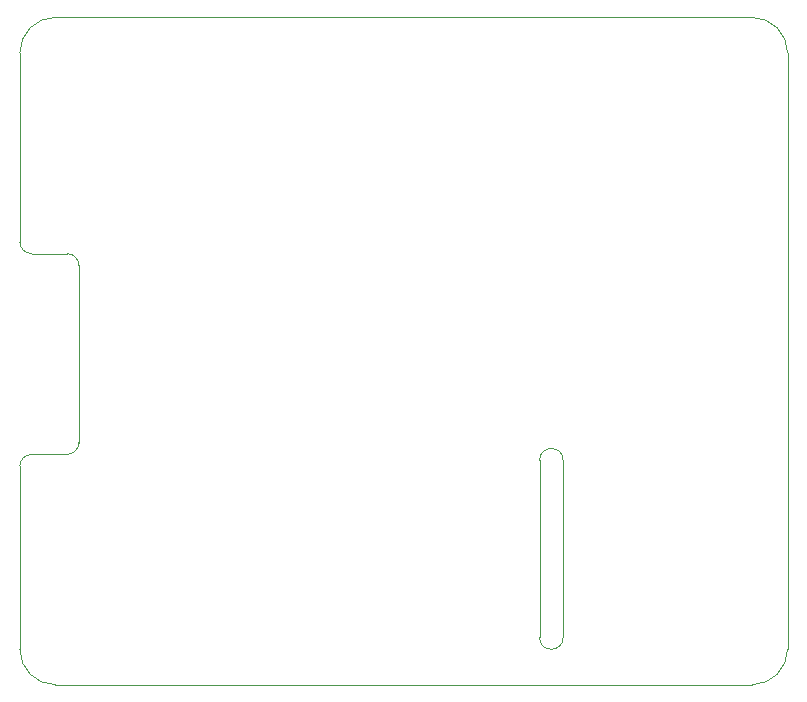
<source format=gbr>
G04 #@! TF.FileFunction,Profile,NP*
%FSLAX46Y46*%
G04 Gerber Fmt 4.6, Leading zero omitted, Abs format (unit mm)*
G04 Created by KiCad (PCBNEW 4.0.0-rc1-stable) date Mon 12 Oct 2015 11:01:42 BST*
%MOMM*%
G01*
G04 APERTURE LIST*
%ADD10C,0.100000*%
G04 APERTURE END LIST*
D10*
X122200000Y-96950000D02*
G75*
G02X120200000Y-96950000I-1000000J0D01*
G01*
X122200000Y-81950000D02*
G75*
G03X120200000Y-81950000I-1000000J0D01*
G01*
X122200000Y-81950000D02*
X122200000Y-96950000D01*
X120200000Y-81950000D02*
X120200000Y-96950000D01*
X77200000Y-81450000D02*
G75*
G03X76200000Y-82450000I0J-1000000D01*
G01*
X80200000Y-81450000D02*
G75*
G03X81200000Y-80450000I0J1000000D01*
G01*
X81200000Y-65450000D02*
G75*
G03X80200000Y-64450000I-1000000J0D01*
G01*
X76200000Y-63450000D02*
G75*
G03X77200000Y-64450000I1000000J0D01*
G01*
X138200000Y-100950000D02*
G75*
G03X141200000Y-97950000I0J3000000D01*
G01*
X76200000Y-97950000D02*
G75*
G03X79200000Y-100950000I3000000J0D01*
G01*
X79200000Y-44450000D02*
G75*
G03X76200000Y-47450000I0J-3000000D01*
G01*
X141200000Y-47450000D02*
G75*
G03X138200000Y-44450000I-3000000J0D01*
G01*
X76200000Y-82450000D02*
X76200000Y-97950000D01*
X76200000Y-47450000D02*
X76200000Y-63450000D01*
X77200000Y-81450000D02*
X80200000Y-81450000D01*
X77200000Y-64450000D02*
X80200000Y-64450000D01*
X81200000Y-65450000D02*
X81200000Y-80450000D01*
X79200000Y-100950000D02*
X138200000Y-100950000D01*
X141200000Y-47450000D02*
X141200000Y-97950000D01*
X79200000Y-44450000D02*
X138200000Y-44450000D01*
M02*

</source>
